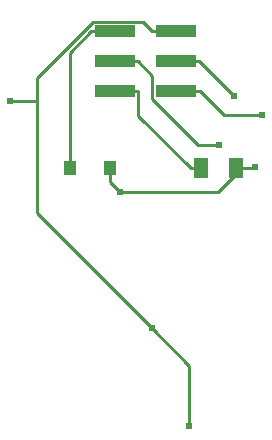
<source format=gbl>
G04 Layer: BottomLayer*
G04 EasyEDA v6.5.40, 2024-02-07 10:12:07*
G04 964da254980c4c80920fb8b7fcdf49c0,d07ef30ec77949ce8e11233ba57d236c,10*
G04 Gerber Generator version 0.2*
G04 Scale: 100 percent, Rotated: No, Reflected: No *
G04 Dimensions in millimeters *
G04 leading zeros omitted , absolute positions ,4 integer and 5 decimal *
%FSLAX45Y45*%
%MOMM*%

%AMMACRO1*21,1,$1,$2,0,0,$3*%
%ADD10C,0.2540*%
%ADD11MACRO1,0.95X1.15X0.0000*%
%ADD12MACRO1,1.701X1.2075X90.0000*%
%ADD13MACRO1,1X3.4X-90.0000*%
%ADD14C,0.6100*%

%LPD*%
D10*
X1845249Y4521189D02*
G01*
X1845249Y4317024D01*
X2288783Y3873489D01*
X1644995Y4521189D02*
G01*
X1845249Y4521189D01*
X2379411Y3873489D02*
G01*
X2288783Y3873489D01*
X1444741Y5029189D02*
G01*
X1265849Y4850297D01*
X1265849Y3873489D01*
X1644995Y5029189D02*
G01*
X1444741Y5029189D01*
X1604330Y3873489D02*
G01*
X1604330Y3757462D01*
X1691375Y3670416D01*
X2765795Y3873489D02*
G01*
X2818627Y3873489D01*
X2830083Y3884945D01*
X2675168Y3873489D02*
G01*
X2720482Y3873489D01*
X2720482Y3873489D02*
G01*
X2765795Y3873489D01*
X2720482Y3873489D02*
G01*
X2517409Y3670416D01*
X1691375Y3670416D01*
X1845249Y4775189D02*
G01*
X1964603Y4655835D01*
X1964603Y4453219D01*
X2353884Y4063939D01*
X2527289Y4063939D01*
X1644995Y4775189D02*
G01*
X1845249Y4775189D01*
X2365237Y4521189D02*
G01*
X2568412Y4318015D01*
X2896783Y4318015D01*
X2164984Y4521189D02*
G01*
X2365237Y4521189D01*
X2164984Y5029189D02*
G01*
X1964730Y5029189D01*
X984722Y4442119D02*
G01*
X759932Y4442119D01*
X1964730Y5029189D02*
G01*
X1881621Y5112298D01*
X1458203Y5112298D01*
X984722Y4638817D01*
X984722Y4442119D01*
X984722Y4442119D02*
G01*
X984722Y3488730D01*
X1957771Y2515682D01*
X1957771Y2515682D02*
G01*
X2273289Y2200163D01*
X2273289Y1689343D01*
X2164989Y4775187D02*
G01*
X2362212Y4775187D01*
X2654300Y4483100D01*
D11*
G01*
X1604340Y3873500D03*
G01*
X1265859Y3873500D03*
D12*
G01*
X2379423Y3873500D03*
G01*
X2675176Y3873500D03*
D13*
G01*
X2164994Y5029200D03*
G01*
X2164991Y4775200D03*
G01*
X2164994Y4521200D03*
G01*
X1645005Y5029200D03*
G01*
X1645008Y4775200D03*
G01*
X1645005Y4521200D03*
D14*
G01*
X2654300Y4483100D03*
G01*
X2273289Y1689343D03*
G01*
X1957771Y2515682D03*
G01*
X759932Y4442119D03*
G01*
X2896783Y4318015D03*
G01*
X2527289Y4063939D03*
G01*
X2830083Y3884945D03*
G01*
X1691375Y3670416D03*
M02*

</source>
